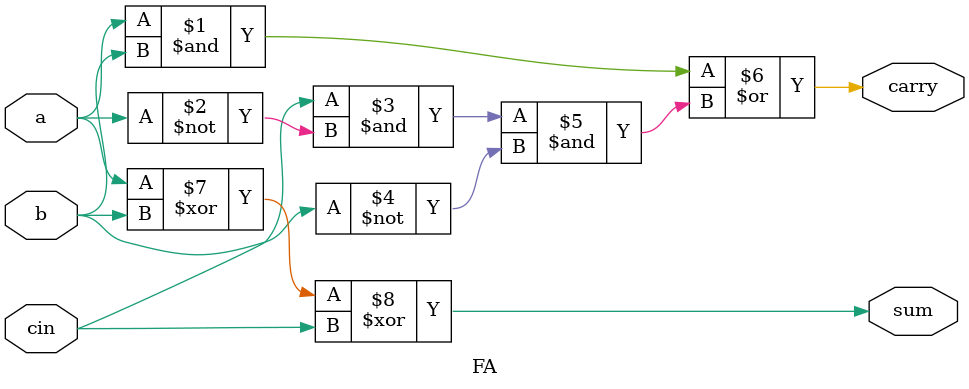
<source format=v>

module FA (input a, input b, input cin, output carry, output sum);

    // instantiating sum and carry primitives
    assign carry = (a & b) | (cin & ~a & ~b);
    assign sum = (a ^ b ^ cin);
endmodule
</source>
